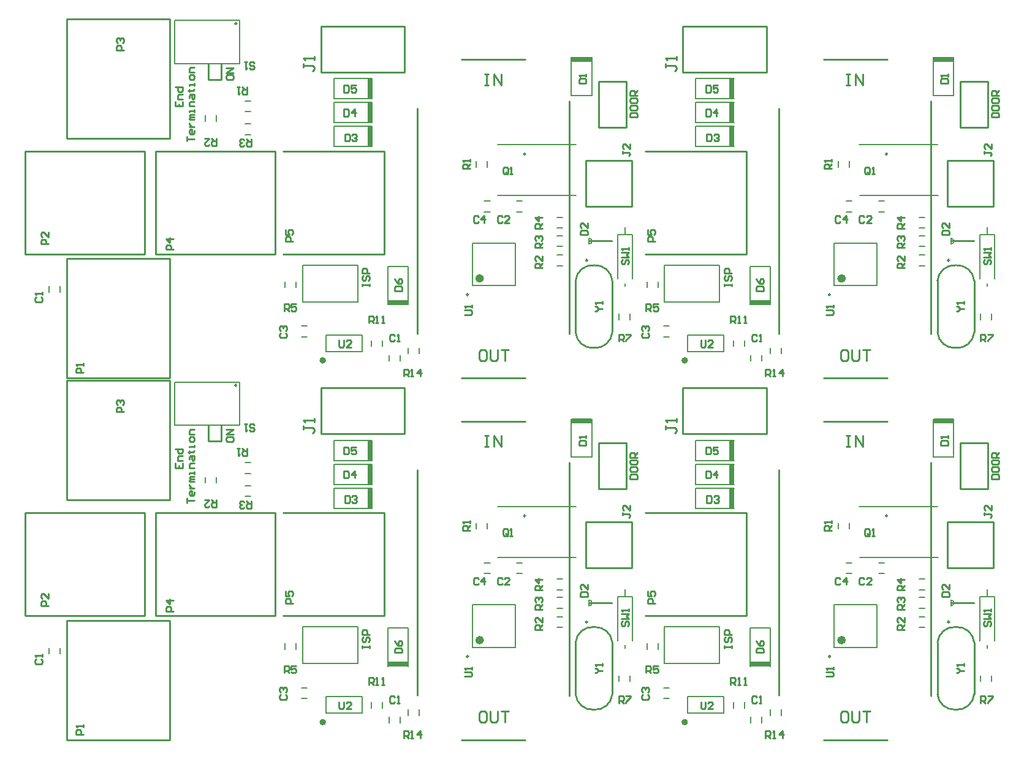
<source format=gto>
%FSAX44Y44*%
%MOMM*%
G71*
G01*
G75*
G04 Layer_Color=65535*
%ADD10R,1.1000X1.7000*%
%ADD11R,1.7000X1.1000*%
%ADD12C,0.5080*%
%ADD13C,1.5000*%
%ADD14C,1.0000*%
%ADD15R,6.5000X6.0000*%
%ADD16R,3.0000X1.4000*%
%ADD17O,1.6500X0.5500*%
%ADD18O,0.5500X1.6500*%
%ADD19R,1.1000X1.4000*%
%ADD20O,0.6000X1.9000*%
%ADD21C,1.4000*%
%ADD22C,1.5240*%
%ADD23C,1.5000*%
%ADD24C,1.8500*%
%ADD25C,1.2700*%
%ADD26C,3.4500*%
%ADD27C,3.0000*%
%ADD28R,3.0000X3.0000*%
%ADD29C,2.0000*%
%ADD30R,2.0000X2.0000*%
%ADD31C,2.0000*%
%ADD32R,2.0000X2.0000*%
%ADD33R,2.0000X2.0000*%
%ADD34R,1.5000X1.5000*%
%ADD35R,2.0000X2.0000*%
%ADD36C,1.4000*%
%ADD37C,0.5000*%
%ADD38C,0.8000*%
%ADD39O,1.3000X0.5800*%
%ADD40R,1.3000X0.5800*%
%ADD41R,6.0000X6.5000*%
%ADD42R,1.4000X3.0000*%
%ADD43R,0.9960X2.2191*%
%ADD44C,0.2500*%
%ADD45C,0.2540*%
%ADD46C,0.2000*%
%ADD47C,0.6000*%
%ADD48C,0.5000*%
%ADD49R,2.8000X0.8000*%
%ADD50R,0.8000X2.8000*%
D44*
X00721600Y00744510D02*
G03*
X00721600Y00744510I00000000J-00001250D01*
G01*
Y01244510D02*
G03*
X00721600Y01244510I00000000J-00001250D01*
G01*
X01620530Y00564170D02*
G03*
X01620530Y00564170I00000000J-00001250D01*
G01*
X01541700Y00369790D02*
G03*
X01541700Y00369790I00000000J-00001250D01*
G01*
X01706220Y00417370D02*
G03*
X01706220Y00417370I00000000J-00001250D01*
G01*
X01620530Y01064170D02*
G03*
X01620530Y01064170I00000000J-00001250D01*
G01*
X01541700Y00869790D02*
G03*
X01541700Y00869790I00000000J-00001250D01*
G01*
X01706220Y00917370D02*
G03*
X01706220Y00917370I00000000J-00001250D01*
G01*
X01120530Y00564170D02*
G03*
X01120530Y00564170I00000000J-00001250D01*
G01*
X01041700Y00369790D02*
G03*
X01041700Y00369790I00000000J-00001250D01*
G01*
X01206220Y00417370D02*
G03*
X01206220Y00417370I00000000J-00001250D01*
G01*
X01120530Y01064170D02*
G03*
X01120530Y01064170I00000000J-00001250D01*
G01*
X01041700Y00869790D02*
G03*
X01041700Y00869790I00000000J-00001250D01*
G01*
X01206220Y00917370D02*
G03*
X01206220Y00917370I00000000J-00001250D01*
G01*
D45*
X00683500Y00665810D02*
Y00687400D01*
X00701280Y00665810D02*
Y00687400D01*
Y00665810D02*
X00683500D01*
X00776210Y00424510D02*
X00611110D01*
X00776210D02*
Y00566750D01*
X00611110D01*
Y00424510D02*
Y00566750D01*
X00630390Y00418160D02*
X00488150D01*
X00630390Y00253060D02*
Y00418160D01*
Y00253060D02*
X00488150D01*
Y00418160D01*
X00595870Y00424510D02*
Y00566750D01*
Y00424510D02*
X00430770D01*
Y00566750D01*
X00595870D02*
X00430770D01*
X00630390Y00584530D02*
X00488150D01*
Y00749630D01*
X00630390D02*
X00488150D01*
X00630390Y00584530D02*
Y00749630D01*
X00740335Y00681609D02*
X00742002Y00679943D01*
X00745334D01*
X00747000Y00681609D01*
Y00683276D01*
X00745334Y00684942D01*
X00742002D01*
X00740335Y00686608D01*
Y00688274D01*
X00742002Y00689940D01*
X00745334D01*
X00747000Y00688274D01*
X00737003Y00689940D02*
X00733671D01*
X00735337D01*
Y00679943D01*
X00737003Y00681609D01*
X00743190Y00583260D02*
Y00573263D01*
X00738192D01*
X00736525Y00574929D01*
Y00578262D01*
X00738192Y00579928D01*
X00743190D01*
X00739858D02*
X00736525Y00583260D01*
X00733193Y00574929D02*
X00731527Y00573263D01*
X00728195D01*
X00726529Y00574929D01*
Y00576595D01*
X00728195Y00578262D01*
X00729861D01*
X00728195D01*
X00726529Y00579928D01*
Y00581594D01*
X00728195Y00583260D01*
X00731527D01*
X00733193Y00581594D01*
X00694930Y00584530D02*
Y00574533D01*
X00689932D01*
X00688266Y00576199D01*
Y00579532D01*
X00689932Y00581198D01*
X00694930D01*
X00691598D02*
X00688266Y00584530D01*
X00678269D02*
X00684933D01*
X00678269Y00577865D01*
Y00576199D01*
X00679935Y00574533D01*
X00683267D01*
X00684933Y00576199D01*
X00736840Y00655650D02*
Y00645653D01*
X00731842D01*
X00730175Y00647319D01*
Y00650652D01*
X00731842Y00652318D01*
X00736840D01*
X00733508D02*
X00730175Y00655650D01*
X00726843D02*
X00723511D01*
X00725177D01*
Y00645653D01*
X00726843Y00647319D01*
X00445553Y00364880D02*
X00443887Y00363214D01*
Y00359882D01*
X00445553Y00358216D01*
X00452218D01*
X00453884Y00359882D01*
Y00363214D01*
X00452218Y00364880D01*
X00453884Y00368213D02*
Y00371545D01*
Y00369879D01*
X00443887D01*
X00445553Y00368213D01*
X00566890Y00706450D02*
X00556893D01*
Y00711448D01*
X00558559Y00713114D01*
X00561892D01*
X00563558Y00711448D01*
Y00706450D01*
X00558559Y00716447D02*
X00556893Y00718113D01*
Y00721445D01*
X00558559Y00723111D01*
X00560225D01*
X00561892Y00721445D01*
Y00719779D01*
Y00721445D01*
X00563558Y00723111D01*
X00565224D01*
X00566890Y00721445D01*
Y00718113D01*
X00565224Y00716447D01*
X00462520Y00438480D02*
X00452523D01*
Y00443478D01*
X00454189Y00445145D01*
X00457522D01*
X00459188Y00443478D01*
Y00438480D01*
X00462520Y00455141D02*
Y00448477D01*
X00455855Y00455141D01*
X00454189D01*
X00452523Y00453475D01*
Y00450143D01*
X00454189Y00448477D01*
X00511010Y00260680D02*
X00501013D01*
Y00265678D01*
X00502679Y00267344D01*
X00506012D01*
X00507678Y00265678D01*
Y00260680D01*
X00511010Y00270677D02*
Y00274009D01*
Y00272343D01*
X00501013D01*
X00502679Y00270677D01*
X00635240Y00430860D02*
X00625243D01*
Y00435858D01*
X00626909Y00437524D01*
X00630242D01*
X00631908Y00435858D01*
Y00430860D01*
X00635240Y00445855D02*
X00625243D01*
X00630242Y00440857D01*
Y00447521D01*
X00708313Y00670478D02*
Y00667146D01*
X00709979Y00665480D01*
X00716644D01*
X00718310Y00667146D01*
Y00670478D01*
X00716644Y00672144D01*
X00709979D01*
X00708313Y00670478D01*
X00718310Y00675477D02*
X00708313D01*
X00718310Y00682141D01*
X00708313D01*
X00654453Y00580720D02*
Y00587384D01*
Y00584052D01*
X00664450D01*
Y00595715D02*
Y00592383D01*
X00662784Y00590717D01*
X00659452D01*
X00657785Y00592383D01*
Y00595715D01*
X00659452Y00597381D01*
X00661118D01*
Y00590717D01*
X00657785Y00600714D02*
X00664450D01*
X00661118D01*
X00659452Y00602380D01*
X00657785Y00604046D01*
Y00605712D01*
X00664450Y00610710D02*
X00657785D01*
Y00612377D01*
X00659452Y00614043D01*
X00664450D01*
X00659452D01*
X00657785Y00615709D01*
X00659452Y00617375D01*
X00664450D01*
Y00620707D02*
Y00624039D01*
Y00622373D01*
X00657785D01*
Y00620707D01*
X00664450Y00629038D02*
X00657785D01*
Y00634036D01*
X00659452Y00635702D01*
X00664450D01*
X00657785Y00640701D02*
Y00644033D01*
X00659452Y00645699D01*
X00664450D01*
Y00640701D01*
X00662784Y00639035D01*
X00661118Y00640701D01*
Y00645699D01*
X00656119Y00650697D02*
X00657785D01*
Y00649031D01*
Y00652364D01*
Y00650697D01*
X00662784D01*
X00664450Y00652364D01*
Y00657362D02*
Y00660694D01*
Y00659028D01*
X00657785D01*
Y00657362D01*
X00664450Y00667359D02*
Y00670691D01*
X00662784Y00672357D01*
X00659452D01*
X00657785Y00670691D01*
Y00667359D01*
X00659452Y00665693D01*
X00662784D01*
X00664450Y00667359D01*
Y00675689D02*
X00657785D01*
Y00680688D01*
X00659452Y00682354D01*
X00664450D01*
X00637943Y00635644D02*
Y00628980D01*
X00647940D01*
Y00635644D01*
X00642942Y00628980D02*
Y00632312D01*
X00647940Y00638977D02*
X00641275D01*
Y00643975D01*
X00642942Y00645641D01*
X00647940D01*
X00637943Y00655638D02*
X00647940D01*
Y00650640D01*
X00646274Y00648974D01*
X00642942D01*
X00641275Y00650640D01*
Y00655638D01*
X00683500Y01165810D02*
Y01187400D01*
X00701280Y01165810D02*
Y01187400D01*
Y01165810D02*
X00683500D01*
X00776210Y00924510D02*
X00611110D01*
X00776210D02*
Y01066750D01*
X00611110D01*
Y00924510D02*
Y01066750D01*
X00630390Y00918160D02*
X00488150D01*
X00630390Y00753060D02*
Y00918160D01*
Y00753060D02*
X00488150D01*
Y00918160D01*
X00595870Y00924510D02*
Y01066750D01*
Y00924510D02*
X00430770D01*
Y01066750D01*
X00595870D02*
X00430770D01*
X00630390Y01084530D02*
X00488150D01*
Y01249630D01*
X00630390D02*
X00488150D01*
X00630390Y01084530D02*
Y01249630D01*
X00740335Y01181609D02*
X00742002Y01179943D01*
X00745334D01*
X00747000Y01181609D01*
Y01183276D01*
X00745334Y01184942D01*
X00742002D01*
X00740335Y01186608D01*
Y01188274D01*
X00742002Y01189940D01*
X00745334D01*
X00747000Y01188274D01*
X00737003Y01189940D02*
X00733671D01*
X00735337D01*
Y01179943D01*
X00737003Y01181609D01*
X00743190Y01083260D02*
Y01073263D01*
X00738192D01*
X00736525Y01074929D01*
Y01078262D01*
X00738192Y01079928D01*
X00743190D01*
X00739858D02*
X00736525Y01083260D01*
X00733193Y01074929D02*
X00731527Y01073263D01*
X00728195D01*
X00726529Y01074929D01*
Y01076596D01*
X00728195Y01078262D01*
X00729861D01*
X00728195D01*
X00726529Y01079928D01*
Y01081594D01*
X00728195Y01083260D01*
X00731527D01*
X00733193Y01081594D01*
X00694930Y01084530D02*
Y01074533D01*
X00689932D01*
X00688266Y01076199D01*
Y01079532D01*
X00689932Y01081198D01*
X00694930D01*
X00691598D02*
X00688266Y01084530D01*
X00678269D02*
X00684933D01*
X00678269Y01077866D01*
Y01076199D01*
X00679935Y01074533D01*
X00683267D01*
X00684933Y01076199D01*
X00736840Y01155650D02*
Y01145653D01*
X00731842D01*
X00730175Y01147319D01*
Y01150652D01*
X00731842Y01152318D01*
X00736840D01*
X00733508D02*
X00730175Y01155650D01*
X00726843D02*
X00723511D01*
X00725177D01*
Y01145653D01*
X00726843Y01147319D01*
X00445553Y00864881D02*
X00443887Y00863214D01*
Y00859882D01*
X00445553Y00858216D01*
X00452218D01*
X00453884Y00859882D01*
Y00863214D01*
X00452218Y00864881D01*
X00453884Y00868213D02*
Y00871545D01*
Y00869879D01*
X00443887D01*
X00445553Y00868213D01*
X00566890Y01206450D02*
X00556893D01*
Y01211448D01*
X00558559Y01213114D01*
X00561892D01*
X00563558Y01211448D01*
Y01206450D01*
X00558559Y01216447D02*
X00556893Y01218113D01*
Y01221445D01*
X00558559Y01223111D01*
X00560225D01*
X00561892Y01221445D01*
Y01219779D01*
Y01221445D01*
X00563558Y01223111D01*
X00565224D01*
X00566890Y01221445D01*
Y01218113D01*
X00565224Y01216447D01*
X00462520Y00938480D02*
X00452523D01*
Y00943478D01*
X00454189Y00945145D01*
X00457522D01*
X00459188Y00943478D01*
Y00938480D01*
X00462520Y00955141D02*
Y00948477D01*
X00455855Y00955141D01*
X00454189D01*
X00452523Y00953475D01*
Y00950143D01*
X00454189Y00948477D01*
X00511010Y00760680D02*
X00501013D01*
Y00765678D01*
X00502679Y00767345D01*
X00506012D01*
X00507678Y00765678D01*
Y00760680D01*
X00511010Y00770677D02*
Y00774009D01*
Y00772343D01*
X00501013D01*
X00502679Y00770677D01*
X00635240Y00930860D02*
X00625243D01*
Y00935858D01*
X00626909Y00937524D01*
X00630242D01*
X00631908Y00935858D01*
Y00930860D01*
X00635240Y00945855D02*
X00625243D01*
X00630242Y00940857D01*
Y00947521D01*
X00708313Y01170478D02*
Y01167146D01*
X00709979Y01165480D01*
X00716644D01*
X00718310Y01167146D01*
Y01170478D01*
X00716644Y01172144D01*
X00709979D01*
X00708313Y01170478D01*
X00718310Y01175477D02*
X00708313D01*
X00718310Y01182141D01*
X00708313D01*
X00654453Y01080720D02*
Y01087384D01*
Y01084052D01*
X00664450D01*
Y01095715D02*
Y01092383D01*
X00662784Y01090717D01*
X00659452D01*
X00657785Y01092383D01*
Y01095715D01*
X00659452Y01097381D01*
X00661118D01*
Y01090717D01*
X00657785Y01100714D02*
X00664450D01*
X00661118D01*
X00659452Y01102380D01*
X00657785Y01104046D01*
Y01105712D01*
X00664450Y01110710D02*
X00657785D01*
Y01112376D01*
X00659452Y01114043D01*
X00664450D01*
X00659452D01*
X00657785Y01115709D01*
X00659452Y01117375D01*
X00664450D01*
Y01120707D02*
Y01124039D01*
Y01122373D01*
X00657785D01*
Y01120707D01*
X00664450Y01129038D02*
X00657785D01*
Y01134036D01*
X00659452Y01135702D01*
X00664450D01*
X00657785Y01140701D02*
Y01144033D01*
X00659452Y01145699D01*
X00664450D01*
Y01140701D01*
X00662784Y01139035D01*
X00661118Y01140701D01*
Y01145699D01*
X00656119Y01150697D02*
X00657785D01*
Y01149031D01*
Y01152364D01*
Y01150697D01*
X00662784D01*
X00664450Y01152364D01*
Y01157362D02*
Y01160694D01*
Y01159028D01*
X00657785D01*
Y01157362D01*
X00664450Y01167359D02*
Y01170691D01*
X00662784Y01172357D01*
X00659452D01*
X00657785Y01170691D01*
Y01167359D01*
X00659452Y01165693D01*
X00662784D01*
X00664450Y01167359D01*
Y01175689D02*
X00657785D01*
Y01180688D01*
X00659452Y01182354D01*
X00664450D01*
X00637943Y01135645D02*
Y01128980D01*
X00647940D01*
Y01135645D01*
X00642942Y01128980D02*
Y01132312D01*
X00647940Y01138977D02*
X00641275D01*
Y01143975D01*
X00642942Y01145641D01*
X00647940D01*
X00637943Y01155638D02*
X00647940D01*
Y01150640D01*
X00646274Y01148973D01*
X00642942D01*
X00641275Y01150640D01*
Y01155638D01*
X01741780Y00387680D02*
G03*
X01716565Y00409284I-00023495J-00001905D01*
G01*
X01716380Y00409270D02*
G03*
X01690980Y00387680I-00001905J-00023495D01*
G01*
X01716380Y00294970D02*
G03*
X01741780Y00316560I00001905J00023495D01*
G01*
X01690980D02*
G03*
X01716195Y00294956I00023495J00001905D01*
G01*
X01741780Y00316560D02*
Y00387680D01*
X01690980Y00316560D02*
Y00387680D01*
X01621395Y00693405D02*
X01533485D01*
X01472235Y00314655D02*
Y00626215D01*
X01682235Y00314245D02*
Y00636375D01*
X01621395Y00253405D02*
X01533485D01*
X01768450Y00490550D02*
X01704950D01*
X01768450D02*
Y00554050D01*
X01704950D01*
Y00490550D02*
Y00554050D01*
X01454760Y00675970D02*
X01339190D01*
Y00739470D01*
X01454760D02*
X01339190D01*
X01454760Y00675970D02*
Y00739470D01*
X01760830Y00663270D02*
X01722730D01*
Y00599770D02*
Y00663270D01*
X01760830Y00599770D02*
X01722730D01*
X01760830D02*
Y00663270D01*
X01426820Y00424510D02*
Y00566750D01*
Y00424510D02*
X01287120D01*
X01426820Y00566750D02*
X01287120D01*
X01717813Y00345770D02*
X01719479D01*
X01722812Y00349102D01*
X01719479Y00352435D01*
X01717813D01*
X01722812Y00349102D02*
X01727810D01*
Y00355767D02*
Y00359099D01*
Y00357433D01*
X01717813D01*
X01719479Y00355767D01*
X01755913Y00567065D02*
Y00563732D01*
Y00565398D01*
X01764244D01*
X01765910Y00563732D01*
Y00562066D01*
X01764244Y00560400D01*
X01765910Y00577061D02*
Y00570397D01*
X01759245Y00577061D01*
X01757579D01*
X01755913Y00575395D01*
Y00572063D01*
X01757579Y00570397D01*
X01556674Y00476021D02*
X01555008Y00477687D01*
X01551676D01*
X01550010Y00476021D01*
Y00469356D01*
X01551676Y00467690D01*
X01555008D01*
X01556674Y00469356D01*
X01565005Y00467690D02*
Y00477687D01*
X01560007Y00472688D01*
X01566671D01*
X01453490Y00255600D02*
Y00265597D01*
X01458488D01*
X01460155Y00263931D01*
Y00260598D01*
X01458488Y00258932D01*
X01453490D01*
X01456822D02*
X01460155Y00255600D01*
X01463487D02*
X01466819D01*
X01465153D01*
Y00265597D01*
X01463487Y00263931D01*
X01476816Y00255600D02*
Y00265597D01*
X01471817Y00260598D01*
X01478482D01*
X01440953Y00373710D02*
X01450950D01*
Y00378708D01*
X01449284Y00380374D01*
X01442619D01*
X01440953Y00378708D01*
Y00373710D01*
Y00390371D02*
X01442619Y00387039D01*
X01445952Y00383707D01*
X01449284D01*
X01450950Y00385373D01*
Y00388705D01*
X01449284Y00390371D01*
X01447618D01*
X01445952Y00388705D01*
Y00383707D01*
X01315065Y00687397D02*
Y00682318D01*
Y00684857D01*
X01327761D01*
X01330300Y00682318D01*
Y00679779D01*
X01327761Y00677240D01*
X01330300Y00692475D02*
Y00697553D01*
Y00695014D01*
X01315065D01*
X01317604Y00692475D01*
X01756309Y00417205D02*
X01754643Y00415538D01*
Y00412206D01*
X01756309Y00410540D01*
X01757975D01*
X01759642Y00412206D01*
Y00415538D01*
X01761308Y00417205D01*
X01762974D01*
X01764640Y00415538D01*
Y00412206D01*
X01762974Y00410540D01*
X01754643Y00420537D02*
X01764640D01*
X01761308Y00423869D01*
X01764640Y00427201D01*
X01754643D01*
X01764640Y00430534D02*
Y00433866D01*
Y00432200D01*
X01754643D01*
X01756309Y00430534D01*
X01405230Y00329260D02*
Y00339257D01*
X01410228D01*
X01411895Y00337591D01*
Y00334258D01*
X01410228Y00332592D01*
X01405230D01*
X01408562D02*
X01411895Y00329260D01*
X01415227D02*
X01418559D01*
X01416893D01*
Y00339257D01*
X01415227Y00337591D01*
X01423557Y00329260D02*
X01426890D01*
X01425224D01*
Y00339257D01*
X01423557Y00337591D01*
X01750670Y00303860D02*
Y00313857D01*
X01755668D01*
X01757334Y00312191D01*
Y00308858D01*
X01755668Y00307192D01*
X01750670D01*
X01754002D02*
X01757334Y00303860D01*
X01760667Y00313857D02*
X01767331D01*
Y00312191D01*
X01760667Y00305526D01*
Y00303860D01*
X01288390Y00345770D02*
Y00355767D01*
X01293388D01*
X01295054Y00354101D01*
Y00350768D01*
X01293388Y00349102D01*
X01288390D01*
X01291722D02*
X01295054Y00345770D01*
X01305051Y00355767D02*
X01298387D01*
Y00350768D01*
X01301719Y00352435D01*
X01303385D01*
X01305051Y00350768D01*
Y00347436D01*
X01303385Y00345770D01*
X01300053D01*
X01298387Y00347436D01*
X01370940Y00625007D02*
Y00615010D01*
X01375938D01*
X01377605Y00616676D01*
Y00623341D01*
X01375938Y00625007D01*
X01370940D01*
X01385935Y00615010D02*
Y00625007D01*
X01380937Y00620008D01*
X01387601D01*
X01372210Y00590717D02*
Y00580720D01*
X01377208D01*
X01378875Y00582386D01*
Y00589051D01*
X01377208Y00590717D01*
X01372210D01*
X01382207Y00589051D02*
X01383873Y00590717D01*
X01387205D01*
X01388871Y00589051D01*
Y00587384D01*
X01387205Y00585718D01*
X01385539D01*
X01387205D01*
X01388871Y00584052D01*
Y00582386D01*
X01387205Y00580720D01*
X01383873D01*
X01382207Y00582386D01*
X01645260Y00433400D02*
X01635263D01*
Y00438398D01*
X01636929Y00440065D01*
X01640262D01*
X01641928Y00438398D01*
Y00433400D01*
Y00436732D02*
X01645260Y00440065D01*
X01636929Y00443397D02*
X01635263Y00445063D01*
Y00448395D01*
X01636929Y00450061D01*
X01638595D01*
X01640262Y00448395D01*
Y00446729D01*
Y00448395D01*
X01641928Y00450061D01*
X01643594D01*
X01645260Y00448395D01*
Y00445063D01*
X01643594Y00443397D01*
X01300480Y00441960D02*
X01290483D01*
Y00446958D01*
X01292149Y00448624D01*
X01295482D01*
X01297148Y00446958D01*
Y00441960D01*
X01290483Y00458621D02*
Y00451957D01*
X01295482D01*
X01293815Y00455289D01*
Y00456955D01*
X01295482Y00458621D01*
X01298814D01*
X01300480Y00456955D01*
Y00453623D01*
X01298814Y00451957D01*
X01441104Y00312191D02*
X01439438Y00313857D01*
X01436106D01*
X01434440Y00312191D01*
Y00305526D01*
X01436106Y00303860D01*
X01439438D01*
X01441104Y00305526D01*
X01444437Y00303860D02*
X01447769D01*
X01446103D01*
Y00313857D01*
X01444437Y00312191D01*
X01589695Y00476021D02*
X01588028Y00477687D01*
X01584696D01*
X01583030Y00476021D01*
Y00469356D01*
X01584696Y00467690D01*
X01588028D01*
X01589695Y00469356D01*
X01599691Y00467690D02*
X01593027D01*
X01599691Y00474355D01*
Y00476021D01*
X01598025Y00477687D01*
X01594693D01*
X01593027Y00476021D01*
X01283869Y00315604D02*
X01282203Y00313938D01*
Y00310606D01*
X01283869Y00308940D01*
X01290534D01*
X01292200Y00310606D01*
Y00313938D01*
X01290534Y00315604D01*
X01283869Y00318937D02*
X01282203Y00320603D01*
Y00323935D01*
X01283869Y00325601D01*
X01285535D01*
X01287202Y00323935D01*
Y00322269D01*
Y00323935D01*
X01288868Y00325601D01*
X01290534D01*
X01292200Y00323935D01*
Y00320603D01*
X01290534Y00318937D01*
X01697493Y00451180D02*
X01707490D01*
Y00456178D01*
X01705824Y00457845D01*
X01699159D01*
X01697493Y00456178D01*
Y00451180D01*
X01707490Y00467841D02*
Y00461177D01*
X01700826Y00467841D01*
X01699159D01*
X01697493Y00466175D01*
Y00462843D01*
X01699159Y00461177D01*
X01396503Y00380060D02*
Y00383392D01*
Y00381726D01*
X01406500D01*
Y00380060D01*
Y00383392D01*
X01398169Y00395055D02*
X01396503Y00393389D01*
Y00390057D01*
X01398169Y00388391D01*
X01399836D01*
X01401502Y00390057D01*
Y00393389D01*
X01403168Y00395055D01*
X01404834D01*
X01406500Y00393389D01*
Y00390057D01*
X01404834Y00388391D01*
X01406500Y00398387D02*
X01396503D01*
Y00403386D01*
X01398169Y00405052D01*
X01401502D01*
X01403168Y00403386D01*
Y00398387D01*
X01597314Y00536666D02*
Y00543331D01*
X01595648Y00544997D01*
X01592316D01*
X01590650Y00543331D01*
Y00536666D01*
X01592316Y00535000D01*
X01595648D01*
X01593982Y00538332D02*
X01597314Y00535000D01*
X01595648D02*
X01597314Y00536666D01*
X01600647Y00535000D02*
X01603979D01*
X01602313D01*
Y00544997D01*
X01600647Y00543331D01*
X01645260Y00405460D02*
X01635263D01*
Y00410458D01*
X01636929Y00412124D01*
X01640262D01*
X01641928Y00410458D01*
Y00405460D01*
Y00408792D02*
X01645260Y00412124D01*
Y00422121D02*
Y00415457D01*
X01638595Y00422121D01*
X01636929D01*
X01635263Y00420455D01*
Y00417123D01*
X01636929Y00415457D01*
X01645260Y00460070D02*
X01635263D01*
Y00465068D01*
X01636929Y00466735D01*
X01640262D01*
X01641928Y00465068D01*
Y00460070D01*
Y00463402D02*
X01645260Y00466735D01*
Y00475065D02*
X01635263D01*
X01640262Y00470067D01*
Y00476731D01*
X01544930Y00542620D02*
X01534933D01*
Y00547618D01*
X01536599Y00549285D01*
X01539932D01*
X01541598Y00547618D01*
Y00542620D01*
Y00545952D02*
X01544930Y00549285D01*
Y00552617D02*
Y00555949D01*
Y00554283D01*
X01534933D01*
X01536599Y00552617D01*
X01537473Y00340690D02*
X01545804D01*
X01547470Y00342356D01*
Y00345688D01*
X01545804Y00347355D01*
X01537473D01*
X01547470Y00350687D02*
Y00354019D01*
Y00352353D01*
X01537473D01*
X01539139Y00350687D01*
X01363980Y00305907D02*
Y00297576D01*
X01365646Y00295910D01*
X01368978D01*
X01370645Y00297576D01*
Y00305907D01*
X01380641Y00295910D02*
X01373977D01*
X01380641Y00302575D01*
Y00304241D01*
X01378975Y00305907D01*
X01375643D01*
X01373977Y00304241D01*
X01695613Y00660400D02*
X01705610D01*
Y00665398D01*
X01703944Y00667065D01*
X01697279D01*
X01695613Y00665398D01*
Y00660400D01*
X01705610Y00670397D02*
Y00673729D01*
Y00672063D01*
X01695613D01*
X01697279Y00670397D01*
X01766073Y00613740D02*
X01776070D01*
Y00618738D01*
X01774404Y00620405D01*
X01767739D01*
X01766073Y00618738D01*
Y00613740D01*
Y00628735D02*
Y00625403D01*
X01767739Y00623737D01*
X01774404D01*
X01776070Y00625403D01*
Y00628735D01*
X01774404Y00630401D01*
X01767739D01*
X01766073Y00628735D01*
Y00638732D02*
Y00635400D01*
X01767739Y00633734D01*
X01774404D01*
X01776070Y00635400D01*
Y00638732D01*
X01774404Y00640398D01*
X01767739D01*
X01766073Y00638732D01*
X01776070Y00643730D02*
X01766073D01*
Y00648729D01*
X01767739Y00650395D01*
X01771072D01*
X01772738Y00648729D01*
Y00643730D01*
Y00647063D02*
X01776070Y00650395D01*
X01370940Y00658027D02*
Y00648030D01*
X01375938D01*
X01377605Y00649696D01*
Y00656361D01*
X01375938Y00658027D01*
X01370940D01*
X01387601D02*
X01380937D01*
Y00653028D01*
X01384269Y00654695D01*
X01385935D01*
X01387601Y00653028D01*
Y00649696D01*
X01385935Y00648030D01*
X01382603D01*
X01380937Y00649696D01*
X01565247Y00292425D02*
X01560169D01*
X01557630Y00289886D01*
Y00279729D01*
X01560169Y00277190D01*
X01565247D01*
X01567787Y00279729D01*
Y00289886D01*
X01565247Y00292425D01*
X01572865D02*
Y00279729D01*
X01575404Y00277190D01*
X01580483D01*
X01583022Y00279729D01*
Y00292425D01*
X01588100D02*
X01598257D01*
X01593179D01*
Y00277190D01*
X01565250Y00673425D02*
X01570328D01*
X01567789D01*
Y00658190D01*
X01565250D01*
X01570328D01*
X01577946D02*
Y00673425D01*
X01588103Y00658190D01*
Y00673425D01*
X01741780Y00887680D02*
G03*
X01716565Y00909284I-00023495J-00001905D01*
G01*
X01716380Y00909270D02*
G03*
X01690980Y00887680I-00001905J-00023495D01*
G01*
X01716380Y00794970D02*
G03*
X01741780Y00816560I00001905J00023495D01*
G01*
X01690980D02*
G03*
X01716195Y00794956I00023495J00001905D01*
G01*
X01741780Y00816560D02*
Y00887680D01*
X01690980Y00816560D02*
Y00887680D01*
X01621395Y01193405D02*
X01533485D01*
X01472235Y00814655D02*
Y01126215D01*
X01682235Y00814245D02*
Y01136375D01*
X01621395Y00753405D02*
X01533485D01*
X01768450Y00990550D02*
X01704950D01*
X01768450D02*
Y01054050D01*
X01704950D01*
Y00990550D02*
Y01054050D01*
X01454760Y01175970D02*
X01339190D01*
Y01239470D01*
X01454760D02*
X01339190D01*
X01454760Y01175970D02*
Y01239470D01*
X01760830Y01163270D02*
X01722730D01*
Y01099770D02*
Y01163270D01*
X01760830Y01099770D02*
X01722730D01*
X01760830D02*
Y01163270D01*
X01426820Y00924510D02*
Y01066750D01*
Y00924510D02*
X01287120D01*
X01426820Y01066750D02*
X01287120D01*
X01717813Y00845770D02*
X01719479D01*
X01722812Y00849102D01*
X01719479Y00852434D01*
X01717813D01*
X01722812Y00849102D02*
X01727810D01*
Y00855767D02*
Y00859099D01*
Y00857433D01*
X01717813D01*
X01719479Y00855767D01*
X01755913Y01067065D02*
Y01063732D01*
Y01065398D01*
X01764244D01*
X01765910Y01063732D01*
Y01062066D01*
X01764244Y01060400D01*
X01765910Y01077061D02*
Y01070397D01*
X01759245Y01077061D01*
X01757579D01*
X01755913Y01075395D01*
Y01072063D01*
X01757579Y01070397D01*
X01556674Y00976021D02*
X01555008Y00977687D01*
X01551676D01*
X01550010Y00976021D01*
Y00969356D01*
X01551676Y00967690D01*
X01555008D01*
X01556674Y00969356D01*
X01565005Y00967690D02*
Y00977687D01*
X01560007Y00972688D01*
X01566671D01*
X01453490Y00755600D02*
Y00765597D01*
X01458488D01*
X01460155Y00763931D01*
Y00760598D01*
X01458488Y00758932D01*
X01453490D01*
X01456822D02*
X01460155Y00755600D01*
X01463487D02*
X01466819D01*
X01465153D01*
Y00765597D01*
X01463487Y00763931D01*
X01476816Y00755600D02*
Y00765597D01*
X01471817Y00760598D01*
X01478482D01*
X01440953Y00873710D02*
X01450950D01*
Y00878708D01*
X01449284Y00880375D01*
X01442619D01*
X01440953Y00878708D01*
Y00873710D01*
Y00890371D02*
X01442619Y00887039D01*
X01445952Y00883707D01*
X01449284D01*
X01450950Y00885373D01*
Y00888705D01*
X01449284Y00890371D01*
X01447618D01*
X01445952Y00888705D01*
Y00883707D01*
X01315065Y01187397D02*
Y01182318D01*
Y01184857D01*
X01327761D01*
X01330300Y01182318D01*
Y01179779D01*
X01327761Y01177240D01*
X01330300Y01192475D02*
Y01197553D01*
Y01195014D01*
X01315065D01*
X01317604Y01192475D01*
X01756309Y00917205D02*
X01754643Y00915538D01*
Y00912206D01*
X01756309Y00910540D01*
X01757975D01*
X01759642Y00912206D01*
Y00915538D01*
X01761308Y00917205D01*
X01762974D01*
X01764640Y00915538D01*
Y00912206D01*
X01762974Y00910540D01*
X01754643Y00920537D02*
X01764640D01*
X01761308Y00923869D01*
X01764640Y00927201D01*
X01754643D01*
X01764640Y00930534D02*
Y00933866D01*
Y00932200D01*
X01754643D01*
X01756309Y00930534D01*
X01405230Y00829260D02*
Y00839257D01*
X01410228D01*
X01411895Y00837591D01*
Y00834258D01*
X01410228Y00832592D01*
X01405230D01*
X01408562D02*
X01411895Y00829260D01*
X01415227D02*
X01418559D01*
X01416893D01*
Y00839257D01*
X01415227Y00837591D01*
X01423557Y00829260D02*
X01426890D01*
X01425224D01*
Y00839257D01*
X01423557Y00837591D01*
X01750670Y00803860D02*
Y00813857D01*
X01755668D01*
X01757334Y00812191D01*
Y00808858D01*
X01755668Y00807192D01*
X01750670D01*
X01754002D02*
X01757334Y00803860D01*
X01760667Y00813857D02*
X01767331D01*
Y00812191D01*
X01760667Y00805526D01*
Y00803860D01*
X01288390Y00845770D02*
Y00855767D01*
X01293388D01*
X01295054Y00854101D01*
Y00850768D01*
X01293388Y00849102D01*
X01288390D01*
X01291722D02*
X01295054Y00845770D01*
X01305051Y00855767D02*
X01298387D01*
Y00850768D01*
X01301719Y00852434D01*
X01303385D01*
X01305051Y00850768D01*
Y00847436D01*
X01303385Y00845770D01*
X01300053D01*
X01298387Y00847436D01*
X01370940Y01125007D02*
Y01115010D01*
X01375938D01*
X01377605Y01116676D01*
Y01123341D01*
X01375938Y01125007D01*
X01370940D01*
X01385935Y01115010D02*
Y01125007D01*
X01380937Y01120008D01*
X01387601D01*
X01372210Y01090717D02*
Y01080720D01*
X01377208D01*
X01378875Y01082386D01*
Y01089051D01*
X01377208Y01090717D01*
X01372210D01*
X01382207Y01089051D02*
X01383873Y01090717D01*
X01387205D01*
X01388871Y01089051D01*
Y01087384D01*
X01387205Y01085718D01*
X01385539D01*
X01387205D01*
X01388871Y01084052D01*
Y01082386D01*
X01387205Y01080720D01*
X01383873D01*
X01382207Y01082386D01*
X01645260Y00933400D02*
X01635263D01*
Y00938398D01*
X01636929Y00940064D01*
X01640262D01*
X01641928Y00938398D01*
Y00933400D01*
Y00936732D02*
X01645260Y00940064D01*
X01636929Y00943397D02*
X01635263Y00945063D01*
Y00948395D01*
X01636929Y00950061D01*
X01638595D01*
X01640262Y00948395D01*
Y00946729D01*
Y00948395D01*
X01641928Y00950061D01*
X01643594D01*
X01645260Y00948395D01*
Y00945063D01*
X01643594Y00943397D01*
X01300480Y00941960D02*
X01290483D01*
Y00946958D01*
X01292149Y00948624D01*
X01295482D01*
X01297148Y00946958D01*
Y00941960D01*
X01290483Y00958621D02*
Y00951957D01*
X01295482D01*
X01293815Y00955289D01*
Y00956955D01*
X01295482Y00958621D01*
X01298814D01*
X01300480Y00956955D01*
Y00953623D01*
X01298814Y00951957D01*
X01441104Y00812191D02*
X01439438Y00813857D01*
X01436106D01*
X01434440Y00812191D01*
Y00805526D01*
X01436106Y00803860D01*
X01439438D01*
X01441104Y00805526D01*
X01444437Y00803860D02*
X01447769D01*
X01446103D01*
Y00813857D01*
X01444437Y00812191D01*
X01589695Y00976021D02*
X01588028Y00977687D01*
X01584696D01*
X01583030Y00976021D01*
Y00969356D01*
X01584696Y00967690D01*
X01588028D01*
X01589695Y00969356D01*
X01599691Y00967690D02*
X01593027D01*
X01599691Y00974354D01*
Y00976021D01*
X01598025Y00977687D01*
X01594693D01*
X01593027Y00976021D01*
X01283869Y00815604D02*
X01282203Y00813938D01*
Y00810606D01*
X01283869Y00808940D01*
X01290534D01*
X01292200Y00810606D01*
Y00813938D01*
X01290534Y00815604D01*
X01283869Y00818937D02*
X01282203Y00820603D01*
Y00823935D01*
X01283869Y00825601D01*
X01285535D01*
X01287202Y00823935D01*
Y00822269D01*
Y00823935D01*
X01288868Y00825601D01*
X01290534D01*
X01292200Y00823935D01*
Y00820603D01*
X01290534Y00818937D01*
X01697493Y00951180D02*
X01707490D01*
Y00956178D01*
X01705824Y00957844D01*
X01699159D01*
X01697493Y00956178D01*
Y00951180D01*
X01707490Y00967841D02*
Y00961177D01*
X01700826Y00967841D01*
X01699159D01*
X01697493Y00966175D01*
Y00962843D01*
X01699159Y00961177D01*
X01396503Y00880060D02*
Y00883392D01*
Y00881726D01*
X01406500D01*
Y00880060D01*
Y00883392D01*
X01398169Y00895055D02*
X01396503Y00893389D01*
Y00890057D01*
X01398169Y00888391D01*
X01399836D01*
X01401502Y00890057D01*
Y00893389D01*
X01403168Y00895055D01*
X01404834D01*
X01406500Y00893389D01*
Y00890057D01*
X01404834Y00888391D01*
X01406500Y00898387D02*
X01396503D01*
Y00903386D01*
X01398169Y00905052D01*
X01401502D01*
X01403168Y00903386D01*
Y00898387D01*
X01597314Y01036666D02*
Y01043331D01*
X01595648Y01044997D01*
X01592316D01*
X01590650Y01043331D01*
Y01036666D01*
X01592316Y01035000D01*
X01595648D01*
X01593982Y01038332D02*
X01597314Y01035000D01*
X01595648D02*
X01597314Y01036666D01*
X01600647Y01035000D02*
X01603979D01*
X01602313D01*
Y01044997D01*
X01600647Y01043331D01*
X01645260Y00905460D02*
X01635263D01*
Y00910458D01*
X01636929Y00912124D01*
X01640262D01*
X01641928Y00910458D01*
Y00905460D01*
Y00908792D02*
X01645260Y00912124D01*
Y00922121D02*
Y00915457D01*
X01638595Y00922121D01*
X01636929D01*
X01635263Y00920455D01*
Y00917123D01*
X01636929Y00915457D01*
X01645260Y00960070D02*
X01635263D01*
Y00965068D01*
X01636929Y00966734D01*
X01640262D01*
X01641928Y00965068D01*
Y00960070D01*
Y00963402D02*
X01645260Y00966734D01*
Y00975065D02*
X01635263D01*
X01640262Y00970067D01*
Y00976731D01*
X01544930Y01042620D02*
X01534933D01*
Y01047618D01*
X01536599Y01049285D01*
X01539932D01*
X01541598Y01047618D01*
Y01042620D01*
Y01045952D02*
X01544930Y01049285D01*
Y01052617D02*
Y01055949D01*
Y01054283D01*
X01534933D01*
X01536599Y01052617D01*
X01537473Y00840690D02*
X01545804D01*
X01547470Y00842356D01*
Y00845688D01*
X01545804Y00847355D01*
X01537473D01*
X01547470Y00850687D02*
Y00854019D01*
Y00852353D01*
X01537473D01*
X01539139Y00850687D01*
X01363980Y00805907D02*
Y00797576D01*
X01365646Y00795910D01*
X01368978D01*
X01370645Y00797576D01*
Y00805907D01*
X01380641Y00795910D02*
X01373977D01*
X01380641Y00802574D01*
Y00804241D01*
X01378975Y00805907D01*
X01375643D01*
X01373977Y00804241D01*
X01695613Y01160400D02*
X01705610D01*
Y01165398D01*
X01703944Y01167065D01*
X01697279D01*
X01695613Y01165398D01*
Y01160400D01*
X01705610Y01170397D02*
Y01173729D01*
Y01172063D01*
X01695613D01*
X01697279Y01170397D01*
X01766073Y01113740D02*
X01776070D01*
Y01118738D01*
X01774404Y01120405D01*
X01767739D01*
X01766073Y01118738D01*
Y01113740D01*
Y01128735D02*
Y01125403D01*
X01767739Y01123737D01*
X01774404D01*
X01776070Y01125403D01*
Y01128735D01*
X01774404Y01130401D01*
X01767739D01*
X01766073Y01128735D01*
Y01138732D02*
Y01135400D01*
X01767739Y01133734D01*
X01774404D01*
X01776070Y01135400D01*
Y01138732D01*
X01774404Y01140398D01*
X01767739D01*
X01766073Y01138732D01*
X01776070Y01143730D02*
X01766073D01*
Y01148729D01*
X01767739Y01150395D01*
X01771072D01*
X01772738Y01148729D01*
Y01143730D01*
Y01147063D02*
X01776070Y01150395D01*
X01370940Y01158027D02*
Y01148030D01*
X01375938D01*
X01377605Y01149696D01*
Y01156361D01*
X01375938Y01158027D01*
X01370940D01*
X01387601D02*
X01380937D01*
Y01153028D01*
X01384269Y01154695D01*
X01385935D01*
X01387601Y01153028D01*
Y01149696D01*
X01385935Y01148030D01*
X01382603D01*
X01380937Y01149696D01*
X01565247Y00792425D02*
X01560169D01*
X01557630Y00789886D01*
Y00779729D01*
X01560169Y00777190D01*
X01565247D01*
X01567787Y00779729D01*
Y00789886D01*
X01565247Y00792425D01*
X01572865D02*
Y00779729D01*
X01575404Y00777190D01*
X01580483D01*
X01583022Y00779729D01*
Y00792425D01*
X01588100D02*
X01598257D01*
X01593179D01*
Y00777190D01*
X01565250Y01173425D02*
X01570328D01*
X01567789D01*
Y01158190D01*
X01565250D01*
X01570328D01*
X01577946D02*
Y01173425D01*
X01588103Y01158190D01*
Y01173425D01*
X01241780Y00387680D02*
G03*
X01216565Y00409284I-00023495J-00001905D01*
G01*
X01216380Y00409270D02*
G03*
X01190980Y00387680I-00001905J-00023495D01*
G01*
X01216380Y00294970D02*
G03*
X01241780Y00316560I00001905J00023495D01*
G01*
X01190980D02*
G03*
X01216195Y00294956I00023495J00001905D01*
G01*
X01241780Y00316560D02*
Y00387680D01*
X01190980Y00316560D02*
Y00387680D01*
X01121395Y00693405D02*
X01033485D01*
X00972235Y00314655D02*
Y00626215D01*
X01182235Y00314245D02*
Y00636375D01*
X01121395Y00253405D02*
X01033485D01*
X01268450Y00490550D02*
X01204950D01*
X01268450D02*
Y00554050D01*
X01204950D01*
Y00490550D02*
Y00554050D01*
X00954760Y00675970D02*
X00839190D01*
Y00739470D01*
X00954760D02*
X00839190D01*
X00954760Y00675970D02*
Y00739470D01*
X01260830Y00663270D02*
X01222730D01*
Y00599770D02*
Y00663270D01*
X01260830Y00599770D02*
X01222730D01*
X01260830D02*
Y00663270D01*
X00926820Y00424510D02*
Y00566750D01*
Y00424510D02*
X00787120D01*
X00926820Y00566750D02*
X00787120D01*
X01217813Y00345770D02*
X01219479D01*
X01222812Y00349102D01*
X01219479Y00352435D01*
X01217813D01*
X01222812Y00349102D02*
X01227810D01*
Y00355767D02*
Y00359099D01*
Y00357433D01*
X01217813D01*
X01219479Y00355767D01*
X01255913Y00567065D02*
Y00563732D01*
Y00565398D01*
X01264244D01*
X01265910Y00563732D01*
Y00562066D01*
X01264244Y00560400D01*
X01265910Y00577061D02*
Y00570397D01*
X01259246Y00577061D01*
X01257579D01*
X01255913Y00575395D01*
Y00572063D01*
X01257579Y00570397D01*
X01056674Y00476021D02*
X01055008Y00477687D01*
X01051676D01*
X01050010Y00476021D01*
Y00469356D01*
X01051676Y00467690D01*
X01055008D01*
X01056674Y00469356D01*
X01065005Y00467690D02*
Y00477687D01*
X01060007Y00472688D01*
X01066671D01*
X00953490Y00255600D02*
Y00265597D01*
X00958488D01*
X00960154Y00263931D01*
Y00260598D01*
X00958488Y00258932D01*
X00953490D01*
X00956822D02*
X00960154Y00255600D01*
X00963487D02*
X00966819D01*
X00965153D01*
Y00265597D01*
X00963487Y00263931D01*
X00976816Y00255600D02*
Y00265597D01*
X00971817Y00260598D01*
X00978482D01*
X00940953Y00373710D02*
X00950950D01*
Y00378708D01*
X00949284Y00380374D01*
X00942619D01*
X00940953Y00378708D01*
Y00373710D01*
Y00390371D02*
X00942619Y00387039D01*
X00945952Y00383707D01*
X00949284D01*
X00950950Y00385373D01*
Y00388705D01*
X00949284Y00390371D01*
X00947618D01*
X00945952Y00388705D01*
Y00383707D01*
X00815065Y00687397D02*
Y00682318D01*
Y00684857D01*
X00827761D01*
X00830300Y00682318D01*
Y00679779D01*
X00827761Y00677240D01*
X00830300Y00692475D02*
Y00697553D01*
Y00695014D01*
X00815065D01*
X00817604Y00692475D01*
X01256309Y00417205D02*
X01254643Y00415538D01*
Y00412206D01*
X01256309Y00410540D01*
X01257975D01*
X01259642Y00412206D01*
Y00415538D01*
X01261308Y00417205D01*
X01262974D01*
X01264640Y00415538D01*
Y00412206D01*
X01262974Y00410540D01*
X01254643Y00420537D02*
X01264640D01*
X01261308Y00423869D01*
X01264640Y00427201D01*
X01254643D01*
X01264640Y00430534D02*
Y00433866D01*
Y00432200D01*
X01254643D01*
X01256309Y00430534D01*
X00905230Y00329260D02*
Y00339257D01*
X00910228D01*
X00911895Y00337591D01*
Y00334258D01*
X00910228Y00332592D01*
X00905230D01*
X00908562D02*
X00911895Y00329260D01*
X00915227D02*
X00918559D01*
X00916893D01*
Y00339257D01*
X00915227Y00337591D01*
X00923557Y00329260D02*
X00926890D01*
X00925224D01*
Y00339257D01*
X00923557Y00337591D01*
X01250670Y00303860D02*
Y00313857D01*
X01255668D01*
X01257335Y00312191D01*
Y00308858D01*
X01255668Y00307192D01*
X01250670D01*
X01254002D02*
X01257335Y00303860D01*
X01260667Y00313857D02*
X01267331D01*
Y00312191D01*
X01260667Y00305526D01*
Y00303860D01*
X00788390Y00345770D02*
Y00355767D01*
X00793388D01*
X00795054Y00354101D01*
Y00350768D01*
X00793388Y00349102D01*
X00788390D01*
X00791722D02*
X00795054Y00345770D01*
X00805051Y00355767D02*
X00798387D01*
Y00350768D01*
X00801719Y00352435D01*
X00803385D01*
X00805051Y00350768D01*
Y00347436D01*
X00803385Y00345770D01*
X00800053D01*
X00798387Y00347436D01*
X00870940Y00625007D02*
Y00615010D01*
X00875938D01*
X00877605Y00616676D01*
Y00623341D01*
X00875938Y00625007D01*
X00870940D01*
X00885935Y00615010D02*
Y00625007D01*
X00880937Y00620008D01*
X00887601D01*
X00872210Y00590717D02*
Y00580720D01*
X00877208D01*
X00878875Y00582386D01*
Y00589051D01*
X00877208Y00590717D01*
X00872210D01*
X00882207Y00589051D02*
X00883873Y00590717D01*
X00887205D01*
X00888871Y00589051D01*
Y00587384D01*
X00887205Y00585718D01*
X00885539D01*
X00887205D01*
X00888871Y00584052D01*
Y00582386D01*
X00887205Y00580720D01*
X00883873D01*
X00882207Y00582386D01*
X01145260Y00433400D02*
X01135263D01*
Y00438398D01*
X01136929Y00440065D01*
X01140262D01*
X01141928Y00438398D01*
Y00433400D01*
Y00436732D02*
X01145260Y00440065D01*
X01136929Y00443397D02*
X01135263Y00445063D01*
Y00448395D01*
X01136929Y00450061D01*
X01138596D01*
X01140262Y00448395D01*
Y00446729D01*
Y00448395D01*
X01141928Y00450061D01*
X01143594D01*
X01145260Y00448395D01*
Y00445063D01*
X01143594Y00443397D01*
X00800480Y00441960D02*
X00790483D01*
Y00446958D01*
X00792149Y00448624D01*
X00795482D01*
X00797148Y00446958D01*
Y00441960D01*
X00790483Y00458621D02*
Y00451957D01*
X00795482D01*
X00793816Y00455289D01*
Y00456955D01*
X00795482Y00458621D01*
X00798814D01*
X00800480Y00456955D01*
Y00453623D01*
X00798814Y00451957D01*
X00941105Y00312191D02*
X00939438Y00313857D01*
X00936106D01*
X00934440Y00312191D01*
Y00305526D01*
X00936106Y00303860D01*
X00939438D01*
X00941105Y00305526D01*
X00944437Y00303860D02*
X00947769D01*
X00946103D01*
Y00313857D01*
X00944437Y00312191D01*
X01089695Y00476021D02*
X01088028Y00477687D01*
X01084696D01*
X01083030Y00476021D01*
Y00469356D01*
X01084696Y00467690D01*
X01088028D01*
X01089695Y00469356D01*
X01099691Y00467690D02*
X01093027D01*
X01099691Y00474355D01*
Y00476021D01*
X01098025Y00477687D01*
X01094693D01*
X01093027Y00476021D01*
X00783869Y00315604D02*
X00782203Y00313938D01*
Y00310606D01*
X00783869Y00308940D01*
X00790534D01*
X00792200Y00310606D01*
Y00313938D01*
X00790534Y00315604D01*
X00783869Y00318937D02*
X00782203Y00320603D01*
Y00323935D01*
X00783869Y00325601D01*
X00785536D01*
X00787202Y00323935D01*
Y00322269D01*
Y00323935D01*
X00788868Y00325601D01*
X00790534D01*
X00792200Y00323935D01*
Y00320603D01*
X00790534Y00318937D01*
X01197493Y00451180D02*
X01207490D01*
Y00456178D01*
X01205824Y00457845D01*
X01199159D01*
X01197493Y00456178D01*
Y00451180D01*
X01207490Y00467841D02*
Y00461177D01*
X01200826Y00467841D01*
X01199159D01*
X01197493Y00466175D01*
Y00462843D01*
X01199159Y00461177D01*
X00896503Y00380060D02*
Y00383392D01*
Y00381726D01*
X00906500D01*
Y00380060D01*
Y00383392D01*
X00898169Y00395055D02*
X00896503Y00393389D01*
Y00390057D01*
X00898169Y00388391D01*
X00899836D01*
X00901502Y00390057D01*
Y00393389D01*
X00903168Y00395055D01*
X00904834D01*
X00906500Y00393389D01*
Y00390057D01*
X00904834Y00388391D01*
X00906500Y00398387D02*
X00896503D01*
Y00403386D01*
X00898169Y00405052D01*
X00901502D01*
X00903168Y00403386D01*
Y00398387D01*
X01097315Y00536666D02*
Y00543331D01*
X01095648Y00544997D01*
X01092316D01*
X01090650Y00543331D01*
Y00536666D01*
X01092316Y00535000D01*
X01095648D01*
X01093982Y00538332D02*
X01097315Y00535000D01*
X01095648D02*
X01097315Y00536666D01*
X01100647Y00535000D02*
X01103979D01*
X01102313D01*
Y00544997D01*
X01100647Y00543331D01*
X01145260Y00405460D02*
X01135263D01*
Y00410458D01*
X01136929Y00412124D01*
X01140262D01*
X01141928Y00410458D01*
Y00405460D01*
Y00408792D02*
X01145260Y00412124D01*
Y00422121D02*
Y00415457D01*
X01138596Y00422121D01*
X01136929D01*
X01135263Y00420455D01*
Y00417123D01*
X01136929Y00415457D01*
X01145260Y00460070D02*
X01135263D01*
Y00465068D01*
X01136929Y00466735D01*
X01140262D01*
X01141928Y00465068D01*
Y00460070D01*
Y00463402D02*
X01145260Y00466735D01*
Y00475065D02*
X01135263D01*
X01140262Y00470067D01*
Y00476731D01*
X01044930Y00542620D02*
X01034933D01*
Y00547618D01*
X01036599Y00549285D01*
X01039932D01*
X01041598Y00547618D01*
Y00542620D01*
Y00545952D02*
X01044930Y00549285D01*
Y00552617D02*
Y00555949D01*
Y00554283D01*
X01034933D01*
X01036599Y00552617D01*
X01037473Y00340690D02*
X01045804D01*
X01047470Y00342356D01*
Y00345688D01*
X01045804Y00347355D01*
X01037473D01*
X01047470Y00350687D02*
Y00354019D01*
Y00352353D01*
X01037473D01*
X01039139Y00350687D01*
X00863980Y00305907D02*
Y00297576D01*
X00865646Y00295910D01*
X00868978D01*
X00870645Y00297576D01*
Y00305907D01*
X00880641Y00295910D02*
X00873977D01*
X00880641Y00302575D01*
Y00304241D01*
X00878975Y00305907D01*
X00875643D01*
X00873977Y00304241D01*
X01195613Y00660400D02*
X01205610D01*
Y00665398D01*
X01203944Y00667065D01*
X01197279D01*
X01195613Y00665398D01*
Y00660400D01*
X01205610Y00670397D02*
Y00673729D01*
Y00672063D01*
X01195613D01*
X01197279Y00670397D01*
X01266073Y00613740D02*
X01276070D01*
Y00618738D01*
X01274404Y00620405D01*
X01267739D01*
X01266073Y00618738D01*
Y00613740D01*
Y00628735D02*
Y00625403D01*
X01267739Y00623737D01*
X01274404D01*
X01276070Y00625403D01*
Y00628735D01*
X01274404Y00630401D01*
X01267739D01*
X01266073Y00628735D01*
Y00638732D02*
Y00635400D01*
X01267739Y00633734D01*
X01274404D01*
X01276070Y00635400D01*
Y00638732D01*
X01274404Y00640398D01*
X01267739D01*
X01266073Y00638732D01*
X01276070Y00643730D02*
X01266073D01*
Y00648729D01*
X01267739Y00650395D01*
X01271072D01*
X01272738Y00648729D01*
Y00643730D01*
Y00647063D02*
X01276070Y00650395D01*
X00870940Y00658027D02*
Y00648030D01*
X00875938D01*
X00877605Y00649696D01*
Y00656361D01*
X00875938Y00658027D01*
X00870940D01*
X00887601D02*
X00880937D01*
Y00653028D01*
X00884269Y00654695D01*
X00885935D01*
X00887601Y00653028D01*
Y00649696D01*
X00885935Y00648030D01*
X00882603D01*
X00880937Y00649696D01*
X01065248Y00292425D02*
X01060169D01*
X01057630Y00289886D01*
Y00279729D01*
X01060169Y00277190D01*
X01065248D01*
X01067787Y00279729D01*
Y00289886D01*
X01065248Y00292425D01*
X01072865D02*
Y00279729D01*
X01075404Y00277190D01*
X01080483D01*
X01083022Y00279729D01*
Y00292425D01*
X01088100D02*
X01098257D01*
X01093178D01*
Y00277190D01*
X01065250Y00673425D02*
X01070328D01*
X01067789D01*
Y00658190D01*
X01065250D01*
X01070328D01*
X01077946D02*
Y00673425D01*
X01088103Y00658190D01*
Y00673425D01*
X01241780Y00887680D02*
G03*
X01216565Y00909284I-00023495J-00001905D01*
G01*
X01216380Y00909270D02*
G03*
X01190980Y00887680I-00001905J-00023495D01*
G01*
X01216380Y00794970D02*
G03*
X01241780Y00816560I00001905J00023495D01*
G01*
X01190980D02*
G03*
X01216195Y00794956I00023495J00001905D01*
G01*
X01241780Y00816560D02*
Y00887680D01*
X01190980Y00816560D02*
Y00887680D01*
X01121395Y01193405D02*
X01033485D01*
X00972235Y00814655D02*
Y01126215D01*
X01182235Y00814245D02*
Y01136375D01*
X01121395Y00753405D02*
X01033485D01*
X01268450Y00990550D02*
X01204950D01*
X01268450D02*
Y01054050D01*
X01204950D01*
Y00990550D02*
Y01054050D01*
X00954760Y01175970D02*
X00839190D01*
Y01239470D01*
X00954760D02*
X00839190D01*
X00954760Y01175970D02*
Y01239470D01*
X01260830Y01163270D02*
X01222730D01*
Y01099770D02*
Y01163270D01*
X01260830Y01099770D02*
X01222730D01*
X01260830D02*
Y01163270D01*
X00926820Y00924510D02*
Y01066750D01*
Y00924510D02*
X00787120D01*
X00926820Y01066750D02*
X00787120D01*
X01217813Y00845770D02*
X01219479D01*
X01222812Y00849102D01*
X01219479Y00852434D01*
X01217813D01*
X01222812Y00849102D02*
X01227810D01*
Y00855767D02*
Y00859099D01*
Y00857433D01*
X01217813D01*
X01219479Y00855767D01*
X01255913Y01067065D02*
Y01063732D01*
Y01065398D01*
X01264244D01*
X01265910Y01063732D01*
Y01062066D01*
X01264244Y01060400D01*
X01265910Y01077061D02*
Y01070397D01*
X01259246Y01077061D01*
X01257579D01*
X01255913Y01075395D01*
Y01072063D01*
X01257579Y01070397D01*
X01056674Y00976021D02*
X01055008Y00977687D01*
X01051676D01*
X01050010Y00976021D01*
Y00969356D01*
X01051676Y00967690D01*
X01055008D01*
X01056674Y00969356D01*
X01065005Y00967690D02*
Y00977687D01*
X01060007Y00972688D01*
X01066671D01*
X00953490Y00755600D02*
Y00765597D01*
X00958488D01*
X00960154Y00763931D01*
Y00760598D01*
X00958488Y00758932D01*
X00953490D01*
X00956822D02*
X00960154Y00755600D01*
X00963487D02*
X00966819D01*
X00965153D01*
Y00765597D01*
X00963487Y00763931D01*
X00976816Y00755600D02*
Y00765597D01*
X00971817Y00760598D01*
X00978482D01*
X00940953Y00873710D02*
X00950950D01*
Y00878708D01*
X00949284Y00880375D01*
X00942619D01*
X00940953Y00878708D01*
Y00873710D01*
Y00890371D02*
X00942619Y00887039D01*
X00945952Y00883707D01*
X00949284D01*
X00950950Y00885373D01*
Y00888705D01*
X00949284Y00890371D01*
X00947618D01*
X00945952Y00888705D01*
Y00883707D01*
X00815065Y01187397D02*
Y01182318D01*
Y01184857D01*
X00827761D01*
X00830300Y01182318D01*
Y01179779D01*
X00827761Y01177240D01*
X00830300Y01192475D02*
Y01197553D01*
Y01195014D01*
X00815065D01*
X00817604Y01192475D01*
X01256309Y00917205D02*
X01254643Y00915538D01*
Y00912206D01*
X01256309Y00910540D01*
X01257975D01*
X01259642Y00912206D01*
Y00915538D01*
X01261308Y00917205D01*
X01262974D01*
X01264640Y00915538D01*
Y00912206D01*
X01262974Y00910540D01*
X01254643Y00920537D02*
X01264640D01*
X01261308Y00923869D01*
X01264640Y00927201D01*
X01254643D01*
X01264640Y00930534D02*
Y00933866D01*
Y00932200D01*
X01254643D01*
X01256309Y00930534D01*
X00905230Y00829260D02*
Y00839257D01*
X00910228D01*
X00911895Y00837591D01*
Y00834258D01*
X00910228Y00832592D01*
X00905230D01*
X00908562D02*
X00911895Y00829260D01*
X00915227D02*
X00918559D01*
X00916893D01*
Y00839257D01*
X00915227Y00837591D01*
X00923557Y00829260D02*
X00926890D01*
X00925224D01*
Y00839257D01*
X00923557Y00837591D01*
X01250670Y00803860D02*
Y00813857D01*
X01255668D01*
X01257335Y00812191D01*
Y00808858D01*
X01255668Y00807192D01*
X01250670D01*
X01254002D02*
X01257335Y00803860D01*
X01260667Y00813857D02*
X01267331D01*
Y00812191D01*
X01260667Y00805526D01*
Y00803860D01*
X00788390Y00845770D02*
Y00855767D01*
X00793388D01*
X00795054Y00854101D01*
Y00850768D01*
X00793388Y00849102D01*
X00788390D01*
X00791722D02*
X00795054Y00845770D01*
X00805051Y00855767D02*
X00798387D01*
Y00850768D01*
X00801719Y00852434D01*
X00803385D01*
X00805051Y00850768D01*
Y00847436D01*
X00803385Y00845770D01*
X00800053D01*
X00798387Y00847436D01*
X00870940Y01125007D02*
Y01115010D01*
X00875938D01*
X00877605Y01116676D01*
Y01123341D01*
X00875938Y01125007D01*
X00870940D01*
X00885935Y01115010D02*
Y01125007D01*
X00880937Y01120008D01*
X00887601D01*
X00872210Y01090717D02*
Y01080720D01*
X00877208D01*
X00878875Y01082386D01*
Y01089051D01*
X00877208Y01090717D01*
X00872210D01*
X00882207Y01089051D02*
X00883873Y01090717D01*
X00887205D01*
X00888871Y01089051D01*
Y01087384D01*
X00887205Y01085718D01*
X00885539D01*
X00887205D01*
X00888871Y01084052D01*
Y01082386D01*
X00887205Y01080720D01*
X00883873D01*
X00882207Y01082386D01*
X01145260Y00933400D02*
X01135263D01*
Y00938398D01*
X01136929Y00940064D01*
X01140262D01*
X01141928Y00938398D01*
Y00933400D01*
Y00936732D02*
X01145260Y00940064D01*
X01136929Y00943397D02*
X01135263Y00945063D01*
Y00948395D01*
X01136929Y00950061D01*
X01138596D01*
X01140262Y00948395D01*
Y00946729D01*
Y00948395D01*
X01141928Y00950061D01*
X01143594D01*
X01145260Y00948395D01*
Y00945063D01*
X01143594Y00943397D01*
X00800480Y00941960D02*
X00790483D01*
Y00946958D01*
X00792149Y00948624D01*
X00795482D01*
X00797148Y00946958D01*
Y00941960D01*
X00790483Y00958621D02*
Y00951957D01*
X00795482D01*
X00793816Y00955289D01*
Y00956955D01*
X00795482Y00958621D01*
X00798814D01*
X00800480Y00956955D01*
Y00953623D01*
X00798814Y00951957D01*
X00941105Y00812191D02*
X00939438Y00813857D01*
X00936106D01*
X00934440Y00812191D01*
Y00805526D01*
X00936106Y00803860D01*
X00939438D01*
X00941105Y00805526D01*
X00944437Y00803860D02*
X00947769D01*
X00946103D01*
Y00813857D01*
X00944437Y00812191D01*
X01089695Y00976021D02*
X01088028Y00977687D01*
X01084696D01*
X01083030Y00976021D01*
Y00969356D01*
X01084696Y00967690D01*
X01088028D01*
X01089695Y00969356D01*
X01099691Y00967690D02*
X01093027D01*
X01099691Y00974354D01*
Y00976021D01*
X01098025Y00977687D01*
X01094693D01*
X01093027Y00976021D01*
X00783869Y00815604D02*
X00782203Y00813938D01*
Y00810606D01*
X00783869Y00808940D01*
X00790534D01*
X00792200Y00810606D01*
Y00813938D01*
X00790534Y00815604D01*
X00783869Y00818937D02*
X00782203Y00820603D01*
Y00823935D01*
X00783869Y00825601D01*
X00785536D01*
X00787202Y00823935D01*
Y00822269D01*
Y00823935D01*
X00788868Y00825601D01*
X00790534D01*
X00792200Y00823935D01*
Y00820603D01*
X00790534Y00818937D01*
X01197493Y00951180D02*
X01207490D01*
Y00956178D01*
X01205824Y00957844D01*
X01199159D01*
X01197493Y00956178D01*
Y00951180D01*
X01207490Y00967841D02*
Y00961177D01*
X01200826Y00967841D01*
X01199159D01*
X01197493Y00966175D01*
Y00962843D01*
X01199159Y00961177D01*
X00896503Y00880060D02*
Y00883392D01*
Y00881726D01*
X00906500D01*
Y00880060D01*
Y00883392D01*
X00898169Y00895055D02*
X00896503Y00893389D01*
Y00890057D01*
X00898169Y00888391D01*
X00899836D01*
X00901502Y00890057D01*
Y00893389D01*
X00903168Y00895055D01*
X00904834D01*
X00906500Y00893389D01*
Y00890057D01*
X00904834Y00888391D01*
X00906500Y00898387D02*
X00896503D01*
Y00903386D01*
X00898169Y00905052D01*
X00901502D01*
X00903168Y00903386D01*
Y00898387D01*
X01097315Y01036666D02*
Y01043331D01*
X01095648Y01044997D01*
X01092316D01*
X01090650Y01043331D01*
Y01036666D01*
X01092316Y01035000D01*
X01095648D01*
X01093982Y01038332D02*
X01097315Y01035000D01*
X01095648D02*
X01097315Y01036666D01*
X01100647Y01035000D02*
X01103979D01*
X01102313D01*
Y01044997D01*
X01100647Y01043331D01*
X01145260Y00905460D02*
X01135263D01*
Y00910458D01*
X01136929Y00912124D01*
X01140262D01*
X01141928Y00910458D01*
Y00905460D01*
Y00908792D02*
X01145260Y00912124D01*
Y00922121D02*
Y00915457D01*
X01138596Y00922121D01*
X01136929D01*
X01135263Y00920455D01*
Y00917123D01*
X01136929Y00915457D01*
X01145260Y00960070D02*
X01135263D01*
Y00965068D01*
X01136929Y00966734D01*
X01140262D01*
X01141928Y00965068D01*
Y00960070D01*
Y00963402D02*
X01145260Y00966734D01*
Y00975065D02*
X01135263D01*
X01140262Y00970067D01*
Y00976731D01*
X01044930Y01042620D02*
X01034933D01*
Y01047618D01*
X01036599Y01049285D01*
X01039932D01*
X01041598Y01047618D01*
Y01042620D01*
Y01045952D02*
X01044930Y01049285D01*
Y01052617D02*
Y01055949D01*
Y01054283D01*
X01034933D01*
X01036599Y01052617D01*
X01037473Y00840690D02*
X01045804D01*
X01047470Y00842356D01*
Y00845688D01*
X01045804Y00847355D01*
X01037473D01*
X01047470Y00850687D02*
Y00854019D01*
Y00852353D01*
X01037473D01*
X01039139Y00850687D01*
X00863980Y00805907D02*
Y00797576D01*
X00865646Y00795910D01*
X00868978D01*
X00870645Y00797576D01*
Y00805907D01*
X00880641Y00795910D02*
X00873977D01*
X00880641Y00802574D01*
Y00804241D01*
X00878975Y00805907D01*
X00875643D01*
X00873977Y00804241D01*
X01195613Y01160400D02*
X01205610D01*
Y01165398D01*
X01203944Y01167065D01*
X01197279D01*
X01195613Y01165398D01*
Y01160400D01*
X01205610Y01170397D02*
Y01173729D01*
Y01172063D01*
X01195613D01*
X01197279Y01170397D01*
X01266073Y01113740D02*
X01276070D01*
Y01118738D01*
X01274404Y01120405D01*
X01267739D01*
X01266073Y01118738D01*
Y01113740D01*
Y01128735D02*
Y01125403D01*
X01267739Y01123737D01*
X01274404D01*
X01276070Y01125403D01*
Y01128735D01*
X01274404Y01130401D01*
X01267739D01*
X01266073Y01128735D01*
Y01138732D02*
Y01135400D01*
X01267739Y01133734D01*
X01274404D01*
X01276070Y01135400D01*
Y01138732D01*
X01274404Y01140398D01*
X01267739D01*
X01266073Y01138732D01*
X01276070Y01143730D02*
X01266073D01*
Y01148729D01*
X01267739Y01150395D01*
X01271072D01*
X01272738Y01148729D01*
Y01143730D01*
Y01147063D02*
X01276070Y01150395D01*
X00870940Y01158027D02*
Y01148030D01*
X00875938D01*
X00877605Y01149696D01*
Y01156361D01*
X00875938Y01158027D01*
X00870940D01*
X00887601D02*
X00880937D01*
Y01153028D01*
X00884269Y01154695D01*
X00885935D01*
X00887601Y01153028D01*
Y01149696D01*
X00885935Y01148030D01*
X00882603D01*
X00880937Y01149696D01*
X01065248Y00792425D02*
X01060169D01*
X01057630Y00789886D01*
Y00779729D01*
X01060169Y00777190D01*
X01065248D01*
X01067787Y00779729D01*
Y00789886D01*
X01065248Y00792425D01*
X01072865D02*
Y00779729D01*
X01075404Y00777190D01*
X01080483D01*
X01083022Y00779729D01*
Y00792425D01*
X01088100D02*
X01098257D01*
X01093178D01*
Y00777190D01*
X01065250Y01173425D02*
X01070328D01*
X01067789D01*
Y01158190D01*
X01065250D01*
X01070328D01*
X01077946D02*
Y01173425D01*
X01088103Y01158190D01*
Y01173425D01*
D46*
X00742110Y00604730D02*
X00734110D01*
X00742110Y00589730D02*
X00734110D01*
X00478910Y00372250D02*
Y00380250D01*
X00463910Y00372250D02*
Y00380250D01*
X00727230Y00747880D02*
X00637230D01*
Y00687880D02*
Y00747880D01*
X00727230Y00687880D02*
X00637230D01*
X00727230D02*
Y00747880D01*
X00742110Y00621480D02*
X00734110D01*
X00742110Y00636480D02*
X00734110D01*
X00694810Y00608470D02*
Y00616470D01*
X00679810Y00608470D02*
Y00616470D01*
X00742110Y01104730D02*
X00734110D01*
X00742110Y01089730D02*
X00734110D01*
X00478910Y00872250D02*
Y00880250D01*
X00463910Y00872250D02*
Y00880250D01*
X00727230Y01247880D02*
X00637230D01*
Y01187880D02*
Y01247880D01*
X00727230Y01187880D02*
X00637230D01*
X00727230D02*
Y01247880D01*
X00742110Y01121480D02*
X00734110D01*
X00742110Y01136480D02*
X00734110D01*
X00694810Y01108470D02*
Y01116470D01*
X00679810Y01108470D02*
Y01116470D01*
X01709650Y00438530D02*
G03*
X01709650Y00446530I00000000J00004000D01*
G01*
X01750790Y00334150D02*
Y00342150D01*
X01765790Y00334150D02*
Y00342150D01*
X01573060Y00483050D02*
X01565060D01*
X01573060Y00498050D02*
X01565060D01*
X01459870Y00407830D02*
X01431870D01*
X01459870Y00354830D02*
Y00407830D01*
X01431870Y00354830D02*
Y00407830D01*
X01691480Y00575630D02*
X01582980D01*
X01692030Y00505780D02*
X01583530D01*
X01362473Y00409270D02*
X01313790D01*
X01389990D02*
X01313790D01*
X01389990Y00358470D02*
X01313790D01*
X01389990D02*
Y00409270D01*
X01313790Y00358470D02*
Y00409270D01*
X01357140Y00606090D02*
Y00634090D01*
X01410140D02*
X01357140D01*
X01410140Y00606090D02*
X01357140D01*
X01424160Y00297320D02*
Y00305320D01*
X01409160Y00297320D02*
Y00305320D01*
X01410140Y00639110D02*
X01357140D01*
X01410140Y00667110D02*
X01357140D01*
Y00639110D02*
Y00667110D01*
X01713260Y00644060D02*
Y00697060D01*
X01685260Y00644060D02*
Y00697060D01*
X01713260Y00644060D02*
X01685260D01*
X01553940Y00544970D02*
Y00552970D01*
X01568940Y00544970D02*
Y00552970D01*
X01673390Y00475670D02*
X01665390D01*
X01673390Y00460670D02*
X01665390D01*
X01673390Y00423600D02*
X01665390D01*
X01673390Y00408600D02*
X01665390D01*
X01320330Y00325330D02*
X01312330D01*
X01320330Y00310330D02*
X01312330D01*
X01617510Y00483050D02*
X01609510D01*
X01617510Y00498050D02*
X01609510D01*
X01433290Y00277000D02*
Y00285000D01*
X01448290Y00277000D02*
Y00285000D01*
X01673390Y00450270D02*
X01665390D01*
X01673390Y00435270D02*
X01665390D01*
X01357140Y00573070D02*
Y00601070D01*
X01410140D02*
X01357140D01*
X01410140Y00573070D02*
X01357140D01*
X01304780Y00378600D02*
Y00386600D01*
X01289780Y00378600D02*
Y00386600D01*
X01474960Y00287160D02*
Y00295160D01*
X01459960Y00287160D02*
Y00295160D01*
X01749400Y00390220D02*
Y00451180D01*
X01769720D02*
X01749400D01*
X01769720Y00390220D02*
Y00451180D01*
X01759560Y00380060D02*
Y00383870D01*
Y00451180D02*
Y00461340D01*
X01607450Y00381040D02*
Y00440040D01*
X01548450Y00381040D02*
Y00440040D01*
X01607450D02*
X01548450D01*
X01607450Y00381040D02*
X01548450D01*
X01741650Y00442880D02*
X01709650D01*
X01741650Y00442180D02*
Y00442880D01*
Y00442180D02*
X01709650D01*
Y00446530D01*
Y00438530D02*
Y00442880D01*
X01395940Y00312750D02*
X01345940D01*
Y00289890D02*
Y00312750D01*
X01395940Y00289890D02*
Y00312750D01*
Y00289890D02*
X01345940D01*
X01709650Y00938530D02*
G03*
X01709650Y00946530I00000000J00004000D01*
G01*
X01750790Y00834150D02*
Y00842150D01*
X01765790Y00834150D02*
Y00842150D01*
X01573060Y00983050D02*
X01565060D01*
X01573060Y00998050D02*
X01565060D01*
X01459870Y00907830D02*
X01431870D01*
X01459870Y00854830D02*
Y00907830D01*
X01431870Y00854830D02*
Y00907830D01*
X01691480Y01075630D02*
X01582980D01*
X01692030Y01005780D02*
X01583530D01*
X01362473Y00909270D02*
X01313790D01*
X01389990D02*
X01313790D01*
X01389990Y00858470D02*
X01313790D01*
X01389990D02*
Y00909270D01*
X01313790Y00858470D02*
Y00909270D01*
X01357140Y01106090D02*
Y01134090D01*
X01410140D02*
X01357140D01*
X01410140Y01106090D02*
X01357140D01*
X01424160Y00797320D02*
Y00805320D01*
X01409160Y00797320D02*
Y00805320D01*
X01410140Y01139110D02*
X01357140D01*
X01410140Y01167110D02*
X01357140D01*
Y01139110D02*
Y01167110D01*
X01713260Y01144060D02*
Y01197060D01*
X01685260Y01144060D02*
Y01197060D01*
X01713260Y01144060D02*
X01685260D01*
X01553940Y01044970D02*
Y01052970D01*
X01568940Y01044970D02*
Y01052970D01*
X01673390Y00975670D02*
X01665390D01*
X01673390Y00960670D02*
X01665390D01*
X01673390Y00923600D02*
X01665390D01*
X01673390Y00908600D02*
X01665390D01*
X01320330Y00825330D02*
X01312330D01*
X01320330Y00810330D02*
X01312330D01*
X01617510Y00983050D02*
X01609510D01*
X01617510Y00998050D02*
X01609510D01*
X01433290Y00777000D02*
Y00785000D01*
X01448290Y00777000D02*
Y00785000D01*
X01673390Y00950270D02*
X01665390D01*
X01673390Y00935270D02*
X01665390D01*
X01357140Y01073070D02*
Y01101070D01*
X01410140D02*
X01357140D01*
X01410140Y01073070D02*
X01357140D01*
X01304780Y00878600D02*
Y00886600D01*
X01289780Y00878600D02*
Y00886600D01*
X01474960Y00787160D02*
Y00795160D01*
X01459960Y00787160D02*
Y00795160D01*
X01749400Y00890220D02*
Y00951180D01*
X01769720D02*
X01749400D01*
X01769720Y00890220D02*
Y00951180D01*
X01759560Y00880060D02*
Y00883870D01*
Y00951180D02*
Y00961340D01*
X01607450Y00881040D02*
Y00940040D01*
X01548450Y00881040D02*
Y00940040D01*
X01607450D02*
X01548450D01*
X01607450Y00881040D02*
X01548450D01*
X01741650Y00942880D02*
X01709650D01*
X01741650Y00942180D02*
Y00942880D01*
Y00942180D02*
X01709650D01*
Y00946530D01*
Y00938530D02*
Y00942880D01*
X01395940Y00812750D02*
X01345940D01*
Y00789890D02*
Y00812750D01*
X01395940Y00789890D02*
Y00812750D01*
Y00789890D02*
X01345940D01*
X01209650Y00438530D02*
G03*
X01209650Y00446530I00000000J00004000D01*
G01*
X01250790Y00334150D02*
Y00342150D01*
X01265790Y00334150D02*
Y00342150D01*
X01073060Y00483050D02*
X01065060D01*
X01073060Y00498050D02*
X01065060D01*
X00959870Y00407830D02*
X00931870D01*
X00959870Y00354830D02*
Y00407830D01*
X00931870Y00354830D02*
Y00407830D01*
X01191480Y00575630D02*
X01082980D01*
X01192030Y00505780D02*
X01083530D01*
X00862473Y00409270D02*
X00813790D01*
X00889990D02*
X00813790D01*
X00889990Y00358470D02*
X00813790D01*
X00889990D02*
Y00409270D01*
X00813790Y00358470D02*
Y00409270D01*
X00857140Y00606090D02*
Y00634090D01*
X00910140D02*
X00857140D01*
X00910140Y00606090D02*
X00857140D01*
X00924160Y00297320D02*
Y00305320D01*
X00909160Y00297320D02*
Y00305320D01*
X00910140Y00639110D02*
X00857140D01*
X00910140Y00667110D02*
X00857140D01*
Y00639110D02*
Y00667110D01*
X01213260Y00644060D02*
Y00697060D01*
X01185260Y00644060D02*
Y00697060D01*
X01213260Y00644060D02*
X01185260D01*
X01053940Y00544970D02*
Y00552970D01*
X01068940Y00544970D02*
Y00552970D01*
X01173390Y00475670D02*
X01165390D01*
X01173390Y00460670D02*
X01165390D01*
X01173390Y00423600D02*
X01165390D01*
X01173390Y00408600D02*
X01165390D01*
X00820330Y00325330D02*
X00812330D01*
X00820330Y00310330D02*
X00812330D01*
X01117510Y00483050D02*
X01109510D01*
X01117510Y00498050D02*
X01109510D01*
X00933290Y00277000D02*
Y00285000D01*
X00948290Y00277000D02*
Y00285000D01*
X01173390Y00450270D02*
X01165390D01*
X01173390Y00435270D02*
X01165390D01*
X00857140Y00573070D02*
Y00601070D01*
X00910140D02*
X00857140D01*
X00910140Y00573070D02*
X00857140D01*
X00804780Y00378600D02*
Y00386600D01*
X00789780Y00378600D02*
Y00386600D01*
X00974960Y00287160D02*
Y00295160D01*
X00959960Y00287160D02*
Y00295160D01*
X01249400Y00390220D02*
Y00451180D01*
X01269720D02*
X01249400D01*
X01269720Y00390220D02*
Y00451180D01*
X01259560Y00380060D02*
Y00383870D01*
Y00451180D02*
Y00461340D01*
X01107450Y00381040D02*
Y00440040D01*
X01048450Y00381040D02*
Y00440040D01*
X01107450D02*
X01048450D01*
X01107450Y00381040D02*
X01048450D01*
X01241650Y00442880D02*
X01209650D01*
X01241650Y00442180D02*
Y00442880D01*
Y00442180D02*
X01209650D01*
Y00446530D01*
Y00438530D02*
Y00442880D01*
X00895940Y00312750D02*
X00845940D01*
Y00289890D02*
Y00312750D01*
X00895940Y00289890D02*
Y00312750D01*
Y00289890D02*
X00845940D01*
X01209650Y00938530D02*
G03*
X01209650Y00946530I00000000J00004000D01*
G01*
X01250790Y00834150D02*
Y00842150D01*
X01265790Y00834150D02*
Y00842150D01*
X01073060Y00983050D02*
X01065060D01*
X01073060Y00998050D02*
X01065060D01*
X00959870Y00907830D02*
X00931870D01*
X00959870Y00854830D02*
Y00907830D01*
X00931870Y00854830D02*
Y00907830D01*
X01191480Y01075630D02*
X01082980D01*
X01192030Y01005780D02*
X01083530D01*
X00862473Y00909270D02*
X00813790D01*
X00889990D02*
X00813790D01*
X00889990Y00858470D02*
X00813790D01*
X00889990D02*
Y00909270D01*
X00813790Y00858470D02*
Y00909270D01*
X00857140Y01106090D02*
Y01134090D01*
X00910140D02*
X00857140D01*
X00910140Y01106090D02*
X00857140D01*
X00924160Y00797320D02*
Y00805320D01*
X00909160Y00797320D02*
Y00805320D01*
X00910140Y01139110D02*
X00857140D01*
X00910140Y01167110D02*
X00857140D01*
Y01139110D02*
Y01167110D01*
X01213260Y01144060D02*
Y01197060D01*
X01185260Y01144060D02*
Y01197060D01*
X01213260Y01144060D02*
X01185260D01*
X01053940Y01044970D02*
Y01052970D01*
X01068940Y01044970D02*
Y01052970D01*
X01173390Y00975670D02*
X01165390D01*
X01173390Y00960670D02*
X01165390D01*
X01173390Y00923600D02*
X01165390D01*
X01173390Y00908600D02*
X01165390D01*
X00820330Y00825330D02*
X00812330D01*
X00820330Y00810330D02*
X00812330D01*
X01117510Y00983050D02*
X01109510D01*
X01117510Y00998050D02*
X01109510D01*
X00933290Y00777000D02*
Y00785000D01*
X00948290Y00777000D02*
Y00785000D01*
X01173390Y00950270D02*
X01165390D01*
X01173390Y00935270D02*
X01165390D01*
X00857140Y01073070D02*
Y01101070D01*
X00910140D02*
X00857140D01*
X00910140Y01073070D02*
X00857140D01*
X00804780Y00878600D02*
Y00886600D01*
X00789780Y00878600D02*
Y00886600D01*
X00974960Y00787160D02*
Y00795160D01*
X00959960Y00787160D02*
Y00795160D01*
X01249400Y00890220D02*
Y00951180D01*
X01269720D02*
X01249400D01*
X01269720Y00890220D02*
Y00951180D01*
X01259560Y00880060D02*
Y00883870D01*
Y00951180D02*
Y00961340D01*
X01107450Y00881040D02*
Y00940040D01*
X01048450Y00881040D02*
Y00940040D01*
X01107450D02*
X01048450D01*
X01107450Y00881040D02*
X01048450D01*
X01241650Y00942880D02*
X01209650D01*
X01241650Y00942180D02*
Y00942880D01*
Y00942180D02*
X01209650D01*
Y00946530D01*
Y00938530D02*
Y00942880D01*
X00895940Y00812750D02*
X00845940D01*
Y00789890D02*
Y00812750D01*
X00895940Y00789890D02*
Y00812750D01*
Y00789890D02*
X00845940D01*
D47*
X01558450Y00394040D02*
G03*
X01558450Y00394040I00000000J-00003000D01*
G01*
Y00894040D02*
G03*
X01558450Y00894040I00000000J-00003000D01*
G01*
X01058450Y00394040D02*
G03*
X01058450Y00394040I00000000J-00003000D01*
G01*
Y00894040D02*
G03*
X01058450Y00894040I00000000J-00003000D01*
G01*
D48*
X01341730Y00279730D02*
G03*
X01341730Y00279730I00000000J-00002000D01*
G01*
Y00779730D02*
G03*
X01341730Y00779730I00000000J-00002000D01*
G01*
X00841730Y00279730D02*
G03*
X00841730Y00279730I00000000J-00002000D01*
G01*
Y00779730D02*
G03*
X00841730Y00779730I00000000J-00002000D01*
G01*
D49*
X01445865Y00357830D02*
D03*
X01699362Y00694031D02*
D03*
X01445865Y00857830D02*
D03*
X01699362Y01194031D02*
D03*
X00945865Y00357830D02*
D03*
X01199362Y00694031D02*
D03*
X00945865Y00857830D02*
D03*
X01199362Y01194031D02*
D03*
D50*
X01407112Y00620039D02*
D03*
X01407113Y00653082D02*
D03*
X01407116Y00586974D02*
D03*
X01407112Y01120039D02*
D03*
X01407113Y01153082D02*
D03*
X01407116Y01086974D02*
D03*
X00907112Y00620039D02*
D03*
X00907113Y00653082D02*
D03*
X00907116Y00586974D02*
D03*
X00907112Y01120039D02*
D03*
X00907113Y01153082D02*
D03*
X00907116Y01086974D02*
D03*
M02*

</source>
